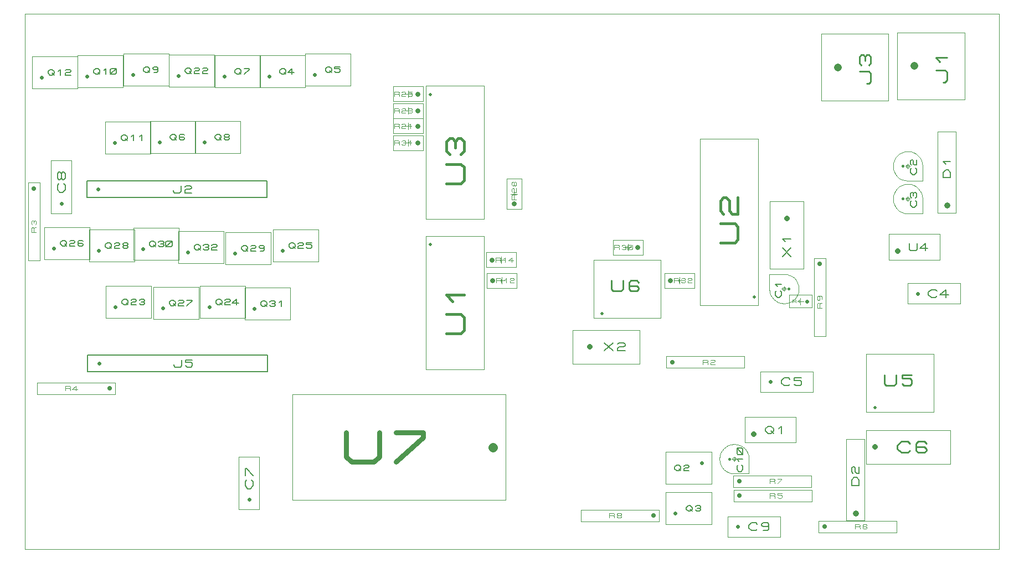
<source format=gbr>
G04 PROTEUS GERBER X2 FILE*
%TF.GenerationSoftware,Labcenter,Proteus,8.17-SP2-Build37159*%
%TF.CreationDate,2025-02-23T13:52:33+00:00*%
%TF.FileFunction,AssemblyDrawing,Top*%
%TF.FilePolarity,Positive*%
%TF.Part,Single*%
%TF.SameCoordinates,{f5fd30df-bfb1-41d0-8757-df29ac62e929}*%
%FSLAX45Y45*%
%MOMM*%
G01*
%TA.AperFunction,Profile*%
%ADD73C,0.101600*%
%TA.AperFunction,Material*%
%ADD34C,0.101600*%
%ADD42C,1.219200*%
%ADD43C,0.279730*%
%ADD44C,0.812800*%
%ADD45C,0.204890*%
%ADD46C,0.914400*%
%ADD47C,0.183130*%
%ADD48C,0.050000*%
%ADD49C,0.420000*%
%ADD50C,0.145960*%
%ADD51C,0.179490*%
%ADD38C,0.508000*%
%ADD52C,0.440230*%
%ADD53C,0.609600*%
%ADD54C,0.197120*%
%ADD55C,0.267200*%
%ADD56C,0.711200*%
%ADD57C,0.117340*%
%ADD58C,0.284480*%
%ADD59C,0.139700*%
%ADD60C,0.721360*%
%ADD61C,0.110420*%
%ADD62C,1.400040*%
%ADD63C,0.747250*%
%ADD64C,0.579120*%
%ADD65C,0.079460*%
%ADD39C,0.152400*%
%ADD66C,0.558800*%
%TD.AperFunction*%
D73*
X+0Y+635000D02*
X+14900000Y+635000D01*
X+14900000Y+8835000D01*
X+0Y+635000D02*
X+0Y+8835000D01*
X+14900000Y+8835000D01*
D34*
X+13340920Y+7521920D02*
X+14367080Y+7521920D01*
X+14367080Y+8548080D01*
X+13340920Y+8548080D01*
X+13340920Y+7521920D01*
D42*
X+13600000Y+8035000D02*
X+13600000Y+8035000D01*
D43*
X+14041994Y+7783236D02*
X+14069968Y+7783236D01*
X+14097942Y+7814706D01*
X+14097942Y+7940588D01*
X+14069968Y+7972059D01*
X+13930099Y+7972059D01*
X+13986047Y+8097941D02*
X+13930099Y+8160882D01*
X+14097942Y+8160882D01*
D34*
X+11390920Y+4932920D02*
X+11909080Y+4932920D01*
X+11909080Y+5959080D01*
X+11390920Y+5959080D01*
X+11390920Y+4932920D01*
D44*
X+11650000Y+5700000D02*
X+11650000Y+5700000D01*
D45*
X+11588532Y+5111737D02*
X+11711468Y+5250039D01*
X+11711468Y+5111737D02*
X+11588532Y+5250039D01*
X+11629511Y+5342240D02*
X+11588532Y+5388341D01*
X+11711468Y+5388341D01*
D34*
X+13960300Y+5785700D02*
X+14237160Y+5785700D01*
X+14237160Y+7030300D01*
X+13960300Y+7030300D01*
X+13960300Y+5785700D01*
D46*
X+14100000Y+5900000D02*
X+14100000Y+5900000D01*
D47*
X+14153671Y+6323190D02*
X+14043790Y+6323190D01*
X+14043790Y+6405600D01*
X+14080417Y+6446805D01*
X+14117044Y+6446805D01*
X+14153671Y+6405600D01*
X+14153671Y+6323190D01*
X+14080417Y+6529215D02*
X+14043790Y+6570420D01*
X+14153671Y+6570420D01*
D48*
X+13525000Y+6500000D02*
X+13524914Y+6502076D01*
X+13524212Y+6506229D01*
X+13522742Y+6510382D01*
X+13520340Y+6514535D01*
X+13516667Y+6518634D01*
X+13512514Y+6521643D01*
X+13508361Y+6523560D01*
X+13504208Y+6524643D01*
X+13500055Y+6525000D01*
X+13500000Y+6525000D01*
X+13475000Y+6500000D02*
X+13475086Y+6502076D01*
X+13475788Y+6506229D01*
X+13477258Y+6510382D01*
X+13479660Y+6514535D01*
X+13483333Y+6518634D01*
X+13487486Y+6521643D01*
X+13491639Y+6523560D01*
X+13495792Y+6524643D01*
X+13499945Y+6525000D01*
X+13500000Y+6525000D01*
X+13475000Y+6500000D02*
X+13475086Y+6497924D01*
X+13475788Y+6493771D01*
X+13477258Y+6489618D01*
X+13479660Y+6485465D01*
X+13483333Y+6481366D01*
X+13487486Y+6478357D01*
X+13491639Y+6476440D01*
X+13495792Y+6475357D01*
X+13499945Y+6475000D01*
X+13500000Y+6475000D01*
X+13525000Y+6500000D02*
X+13524914Y+6497924D01*
X+13524212Y+6493771D01*
X+13522742Y+6489618D01*
X+13520340Y+6485465D01*
X+13516667Y+6481366D01*
X+13512514Y+6478357D01*
X+13508361Y+6476440D01*
X+13504208Y+6475357D01*
X+13500055Y+6475000D01*
X+13500000Y+6475000D01*
X+13465000Y+6500000D02*
X+13535000Y+6500000D01*
X+13500000Y+6465000D02*
X+13500000Y+6535000D01*
X+13725000Y+6275000D02*
X+13725000Y+6500000D01*
X+13720523Y+6546005D01*
X+13707642Y+6588550D01*
X+13687180Y+6626809D01*
X+13659961Y+6659961D01*
X+13626810Y+6687179D01*
X+13588550Y+6707642D01*
X+13546005Y+6720523D01*
X+13500000Y+6725000D01*
X+13453995Y+6720523D01*
X+13411450Y+6707642D01*
X+13373190Y+6687179D01*
X+13340039Y+6659961D01*
X+13312820Y+6626809D01*
X+13292358Y+6588550D01*
X+13279477Y+6546005D01*
X+13275000Y+6500000D01*
X+13279477Y+6453995D01*
X+13292358Y+6411450D01*
X+13312820Y+6373191D01*
X+13340039Y+6340039D01*
X+13373190Y+6312821D01*
X+13411450Y+6292358D01*
X+13453995Y+6279477D01*
X+13500000Y+6275000D01*
X+13725000Y+6275000D01*
D49*
X+13425000Y+6500000D02*
X+13425000Y+6500000D01*
D50*
X+13615944Y+6467157D02*
X+13630541Y+6450735D01*
X+13630541Y+6401471D01*
X+13601347Y+6368629D01*
X+13572154Y+6368629D01*
X+13542960Y+6401471D01*
X+13542960Y+6450735D01*
X+13557557Y+6467157D01*
X+13557557Y+6516421D02*
X+13542960Y+6532842D01*
X+13542960Y+6582106D01*
X+13557557Y+6598528D01*
X+13572154Y+6598528D01*
X+13586750Y+6582106D01*
X+13586750Y+6532842D01*
X+13601347Y+6516421D01*
X+13630541Y+6516421D01*
X+13630541Y+6598528D01*
D48*
X+13525000Y+6000000D02*
X+13524914Y+6002076D01*
X+13524212Y+6006229D01*
X+13522742Y+6010382D01*
X+13520340Y+6014535D01*
X+13516667Y+6018634D01*
X+13512514Y+6021643D01*
X+13508361Y+6023560D01*
X+13504208Y+6024643D01*
X+13500055Y+6025000D01*
X+13500000Y+6025000D01*
X+13475000Y+6000000D02*
X+13475086Y+6002076D01*
X+13475788Y+6006229D01*
X+13477258Y+6010382D01*
X+13479660Y+6014535D01*
X+13483333Y+6018634D01*
X+13487486Y+6021643D01*
X+13491639Y+6023560D01*
X+13495792Y+6024643D01*
X+13499945Y+6025000D01*
X+13500000Y+6025000D01*
X+13475000Y+6000000D02*
X+13475086Y+5997924D01*
X+13475788Y+5993771D01*
X+13477258Y+5989618D01*
X+13479660Y+5985465D01*
X+13483333Y+5981366D01*
X+13487486Y+5978357D01*
X+13491639Y+5976440D01*
X+13495792Y+5975357D01*
X+13499945Y+5975000D01*
X+13500000Y+5975000D01*
X+13525000Y+6000000D02*
X+13524914Y+5997924D01*
X+13524212Y+5993771D01*
X+13522742Y+5989618D01*
X+13520340Y+5985465D01*
X+13516667Y+5981366D01*
X+13512514Y+5978357D01*
X+13508361Y+5976440D01*
X+13504208Y+5975357D01*
X+13500055Y+5975000D01*
X+13500000Y+5975000D01*
X+13465000Y+6000000D02*
X+13535000Y+6000000D01*
X+13500000Y+5965000D02*
X+13500000Y+6035000D01*
X+13725000Y+5775000D02*
X+13725000Y+6000000D01*
X+13720523Y+6046005D01*
X+13707642Y+6088550D01*
X+13687180Y+6126809D01*
X+13659961Y+6159961D01*
X+13626810Y+6187179D01*
X+13588550Y+6207642D01*
X+13546005Y+6220523D01*
X+13500000Y+6225000D01*
X+13453995Y+6220523D01*
X+13411450Y+6207642D01*
X+13373190Y+6187179D01*
X+13340039Y+6159961D01*
X+13312820Y+6126809D01*
X+13292358Y+6088550D01*
X+13279477Y+6046005D01*
X+13275000Y+6000000D01*
X+13279477Y+5953995D01*
X+13292358Y+5911450D01*
X+13312820Y+5873191D01*
X+13340039Y+5840039D01*
X+13373190Y+5812821D01*
X+13411450Y+5792358D01*
X+13453995Y+5779477D01*
X+13500000Y+5775000D01*
X+13725000Y+5775000D01*
D49*
X+13425000Y+6000000D02*
X+13425000Y+6000000D01*
D50*
X+13615944Y+5967157D02*
X+13630541Y+5950735D01*
X+13630541Y+5901471D01*
X+13601347Y+5868629D01*
X+13572154Y+5868629D01*
X+13542960Y+5901471D01*
X+13542960Y+5950735D01*
X+13557557Y+5967157D01*
X+13557557Y+6016421D02*
X+13542960Y+6032842D01*
X+13542960Y+6082106D01*
X+13557557Y+6098528D01*
X+13572154Y+6098528D01*
X+13586750Y+6082106D01*
X+13601347Y+6098528D01*
X+13615944Y+6098528D01*
X+13630541Y+6082106D01*
X+13630541Y+6032842D01*
X+13615944Y+6016421D01*
X+13586750Y+6049264D02*
X+13586750Y+6082106D01*
D34*
X+13213920Y+5067920D02*
X+13986080Y+5067920D01*
X+13986080Y+5459080D01*
X+13213920Y+5459080D01*
X+13213920Y+5067920D01*
D44*
X+13346000Y+5200000D02*
X+13346000Y+5200000D01*
D51*
X+13524817Y+5317348D02*
X+13524817Y+5227601D01*
X+13545009Y+5209652D01*
X+13625781Y+5209652D01*
X+13645974Y+5227601D01*
X+13645974Y+5317348D01*
X+13807517Y+5245551D02*
X+13686360Y+5245551D01*
X+13767131Y+5317348D01*
X+13767131Y+5209652D01*
D34*
X+10324500Y+4367920D02*
X+11213500Y+4367920D01*
X+11213500Y+6918080D01*
X+10324500Y+6918080D01*
X+10324500Y+4367920D01*
D38*
X+11150000Y+4500000D02*
X+11150000Y+4500000D01*
D52*
X+10636931Y+5325532D02*
X+10857047Y+5325532D01*
X+10901070Y+5375058D01*
X+10901070Y+5573162D01*
X+10857047Y+5622688D01*
X+10636931Y+5622688D01*
X+10680954Y+5771266D02*
X+10636931Y+5820792D01*
X+10636931Y+5969370D01*
X+10680954Y+6018896D01*
X+10724977Y+6018896D01*
X+10769000Y+5969370D01*
X+10769000Y+5820792D01*
X+10813024Y+5771266D01*
X+10901070Y+5771266D01*
X+10901070Y+6018896D01*
D34*
X+13494920Y+4394920D02*
X+14305080Y+4394920D01*
X+14305080Y+4705080D01*
X+13494920Y+4705080D01*
X+13494920Y+4394920D01*
D53*
X+13650000Y+4550000D02*
X+13650000Y+4550000D01*
D54*
X+13948428Y+4510576D02*
X+13926252Y+4490864D01*
X+13859724Y+4490864D01*
X+13815372Y+4530288D01*
X+13815372Y+4569712D01*
X+13859724Y+4609136D01*
X+13926252Y+4609136D01*
X+13948428Y+4589424D01*
X+14125836Y+4530288D02*
X+13992780Y+4530288D01*
X+14081484Y+4609136D01*
X+14081484Y+4490864D01*
D34*
X+6136500Y+3389920D02*
X+7025500Y+3389920D01*
X+7025500Y+5432080D01*
X+6136500Y+5432080D01*
X+6136500Y+3389920D01*
D38*
X+6200000Y+5300000D02*
X+6200000Y+5300000D01*
D52*
X+6448931Y+3936052D02*
X+6669047Y+3936052D01*
X+6713070Y+3985578D01*
X+6713070Y+4183682D01*
X+6669047Y+4233208D01*
X+6448931Y+4233208D01*
X+6536977Y+4431312D02*
X+6448931Y+4530364D01*
X+6713070Y+4530364D01*
D34*
X+6136500Y+5689920D02*
X+7025500Y+5689920D01*
X+7025500Y+7732080D01*
X+6136500Y+7732080D01*
X+6136500Y+5689920D01*
D38*
X+6200000Y+7600000D02*
X+6200000Y+7600000D01*
D52*
X+6448931Y+6236052D02*
X+6669047Y+6236052D01*
X+6713070Y+6285578D01*
X+6713070Y+6483682D01*
X+6669047Y+6533208D01*
X+6448931Y+6533208D01*
X+6492954Y+6681786D02*
X+6448931Y+6731312D01*
X+6448931Y+6879890D01*
X+6492954Y+6929416D01*
X+6536977Y+6929416D01*
X+6581000Y+6879890D01*
X+6625024Y+6929416D01*
X+6669047Y+6929416D01*
X+6713070Y+6879890D01*
X+6713070Y+6731312D01*
X+6669047Y+6681786D01*
X+6581000Y+6780838D02*
X+6581000Y+6879890D01*
D34*
X+12867920Y+2736500D02*
X+13894080Y+2736500D01*
X+13894080Y+3625500D01*
X+12867920Y+3625500D01*
X+12867920Y+2736500D01*
D38*
X+13000000Y+2800000D02*
X+13000000Y+2800000D01*
D55*
X+13140513Y+3305612D02*
X+13140513Y+3172008D01*
X+13170573Y+3145287D01*
X+13290817Y+3145287D01*
X+13320878Y+3172008D01*
X+13320878Y+3305612D01*
X+13561365Y+3305612D02*
X+13411060Y+3305612D01*
X+13411060Y+3252170D01*
X+13531304Y+3252170D01*
X+13561365Y+3225450D01*
X+13561365Y+3172008D01*
X+13531304Y+3145287D01*
X+13441121Y+3145287D01*
X+13411060Y+3172008D01*
D34*
X+11244920Y+3044920D02*
X+12055080Y+3044920D01*
X+12055080Y+3355080D01*
X+11244920Y+3355080D01*
X+11244920Y+3044920D01*
D53*
X+11400000Y+3200000D02*
X+11400000Y+3200000D01*
D54*
X+11698428Y+3160576D02*
X+11676252Y+3140864D01*
X+11609724Y+3140864D01*
X+11565372Y+3180288D01*
X+11565372Y+3219712D01*
X+11609724Y+3259136D01*
X+11676252Y+3259136D01*
X+11698428Y+3239424D01*
X+11875836Y+3259136D02*
X+11764956Y+3259136D01*
X+11764956Y+3219712D01*
X+11853660Y+3219712D01*
X+11875836Y+3200000D01*
X+11875836Y+3160576D01*
X+11853660Y+3140864D01*
X+11787132Y+3140864D01*
X+11764956Y+3160576D01*
D34*
X+11013920Y+2267920D02*
X+11786080Y+2267920D01*
X+11786080Y+2659080D01*
X+11013920Y+2659080D01*
X+11013920Y+2267920D01*
D44*
X+11146000Y+2400000D02*
X+11146000Y+2400000D01*
D51*
X+11324817Y+2481449D02*
X+11365202Y+2517348D01*
X+11405588Y+2517348D01*
X+11445974Y+2481449D01*
X+11445974Y+2445551D01*
X+11405588Y+2409652D01*
X+11365202Y+2409652D01*
X+11324817Y+2445551D01*
X+11324817Y+2481449D01*
X+11405588Y+2445551D02*
X+11445974Y+2409652D01*
X+11526745Y+2481449D02*
X+11567131Y+2517348D01*
X+11567131Y+2409652D01*
D34*
X+9811100Y+3411100D02*
X+11004900Y+3411100D01*
X+11004900Y+3588900D01*
X+9811100Y+3588900D01*
X+9811100Y+3411100D01*
D56*
X+9900000Y+3500000D02*
X+9900000Y+3500000D01*
D57*
X+10364618Y+3464796D02*
X+10364618Y+3535204D01*
X+10430625Y+3535204D01*
X+10443827Y+3523469D01*
X+10443827Y+3511735D01*
X+10430625Y+3500000D01*
X+10364618Y+3500000D01*
X+10430625Y+3500000D02*
X+10443827Y+3488265D01*
X+10443827Y+3464796D01*
X+10483431Y+3523469D02*
X+10496633Y+3535204D01*
X+10536237Y+3535204D01*
X+10549439Y+3523469D01*
X+10549439Y+3511735D01*
X+10536237Y+3500000D01*
X+10496633Y+3500000D01*
X+10483431Y+3488265D01*
X+10483431Y+3464796D01*
X+10549439Y+3464796D01*
D34*
X+12867920Y+1940920D02*
X+14148080Y+1940920D01*
X+14148080Y+2459080D01*
X+12867920Y+2459080D01*
X+12867920Y+1940920D01*
D44*
X+13000000Y+2200000D02*
X+13000000Y+2200000D01*
D58*
X+13530352Y+2143104D02*
X+13498348Y+2114656D01*
X+13402336Y+2114656D01*
X+13338328Y+2171552D01*
X+13338328Y+2228448D01*
X+13402336Y+2285344D01*
X+13498348Y+2285344D01*
X+13530352Y+2256896D01*
X+13786384Y+2256896D02*
X+13754380Y+2285344D01*
X+13658368Y+2285344D01*
X+13626364Y+2256896D01*
X+13626364Y+2143104D01*
X+13658368Y+2114656D01*
X+13754380Y+2114656D01*
X+13786384Y+2143104D01*
X+13786384Y+2171552D01*
X+13754380Y+2200000D01*
X+13626364Y+2200000D01*
D34*
X+12560300Y+1074712D02*
X+12837160Y+1074712D01*
X+12837160Y+2319312D01*
X+12560300Y+2319312D01*
X+12560300Y+1074712D01*
D46*
X+12700000Y+1189012D02*
X+12700000Y+1189012D01*
D47*
X+12753671Y+1612202D02*
X+12643790Y+1612202D01*
X+12643790Y+1694612D01*
X+12680417Y+1735817D01*
X+12717044Y+1735817D01*
X+12753671Y+1694612D01*
X+12753671Y+1612202D01*
X+12662104Y+1797624D02*
X+12643790Y+1818227D01*
X+12643790Y+1880034D01*
X+12662104Y+1900637D01*
X+12680417Y+1900637D01*
X+12698730Y+1880034D01*
X+12698730Y+1818227D01*
X+12717044Y+1797624D01*
X+12753671Y+1797624D01*
X+12753671Y+1900637D01*
D34*
X+10838100Y+1365100D02*
X+12031900Y+1365100D01*
X+12031900Y+1542900D01*
X+10838100Y+1542900D01*
X+10838100Y+1365100D01*
D56*
X+10927000Y+1454000D02*
X+10927000Y+1454000D01*
D57*
X+11391618Y+1418796D02*
X+11391618Y+1489204D01*
X+11457625Y+1489204D01*
X+11470827Y+1477469D01*
X+11470827Y+1465735D01*
X+11457625Y+1454000D01*
X+11391618Y+1454000D01*
X+11457625Y+1454000D02*
X+11470827Y+1442265D01*
X+11470827Y+1418796D01*
X+11576439Y+1489204D02*
X+11510431Y+1489204D01*
X+11510431Y+1465735D01*
X+11563237Y+1465735D01*
X+11576439Y+1454000D01*
X+11576439Y+1430531D01*
X+11563237Y+1418796D01*
X+11523633Y+1418796D01*
X+11510431Y+1430531D01*
D34*
X+10744920Y+825920D02*
X+11555080Y+825920D01*
X+11555080Y+1136080D01*
X+10744920Y+1136080D01*
X+10744920Y+825920D01*
D53*
X+10900000Y+981000D02*
X+10900000Y+981000D01*
D54*
X+11198428Y+941576D02*
X+11176252Y+921864D01*
X+11109724Y+921864D01*
X+11065372Y+961288D01*
X+11065372Y+1000712D01*
X+11109724Y+1040136D01*
X+11176252Y+1040136D01*
X+11198428Y+1020424D01*
X+11375836Y+1000712D02*
X+11353660Y+981000D01*
X+11287132Y+981000D01*
X+11264956Y+1000712D01*
X+11264956Y+1020424D01*
X+11287132Y+1040136D01*
X+11353660Y+1040136D01*
X+11375836Y+1020424D01*
X+11375836Y+941576D01*
X+11353660Y+921864D01*
X+11287132Y+921864D01*
D34*
X+12138100Y+892100D02*
X+13331900Y+892100D01*
X+13331900Y+1069900D01*
X+12138100Y+1069900D01*
X+12138100Y+892100D01*
D56*
X+12227000Y+981000D02*
X+12227000Y+981000D01*
D57*
X+12691618Y+945796D02*
X+12691618Y+1016204D01*
X+12757625Y+1016204D01*
X+12770827Y+1004469D01*
X+12770827Y+992735D01*
X+12757625Y+981000D01*
X+12691618Y+981000D01*
X+12757625Y+981000D02*
X+12770827Y+969265D01*
X+12770827Y+945796D01*
X+12876439Y+1004469D02*
X+12863237Y+1016204D01*
X+12823633Y+1016204D01*
X+12810431Y+1004469D01*
X+12810431Y+957531D01*
X+12823633Y+945796D01*
X+12863237Y+945796D01*
X+12876439Y+957531D01*
X+12876439Y+969265D01*
X+12863237Y+981000D01*
X+12810431Y+981000D01*
D34*
X+9802020Y+1635420D02*
X+10497980Y+1635420D01*
X+10497980Y+2128180D01*
X+9802020Y+2128180D01*
X+9802020Y+1635420D01*
D53*
X+10353200Y+1958000D02*
X+10353200Y+1958000D01*
D59*
X+9936640Y+1895770D02*
X+9968072Y+1923710D01*
X+9999505Y+1923710D01*
X+10030937Y+1895770D01*
X+10030937Y+1867830D01*
X+9999505Y+1839890D01*
X+9968072Y+1839890D01*
X+9936640Y+1867830D01*
X+9936640Y+1895770D01*
X+9999505Y+1867830D02*
X+10030937Y+1839890D01*
X+10078086Y+1909740D02*
X+10093802Y+1923710D01*
X+10140951Y+1923710D01*
X+10156667Y+1909740D01*
X+10156667Y+1895770D01*
X+10140951Y+1881800D01*
X+10093802Y+1881800D01*
X+10078086Y+1867830D01*
X+10078086Y+1839890D01*
X+10156667Y+1839890D01*
D48*
X+7065000Y+4635000D02*
X+7525000Y+4635000D01*
X+7525000Y+4865000D01*
X+7065000Y+4865000D01*
X+7065000Y+4635000D01*
X+7295000Y+4800000D02*
X+7295000Y+4700000D01*
X+7345000Y+4750000D02*
X+7245000Y+4750000D01*
D60*
X+7150000Y+4750000D02*
X+7150000Y+4750000D01*
D61*
X+7207713Y+4716872D02*
X+7207713Y+4783127D01*
X+7269826Y+4783127D01*
X+7282248Y+4772084D01*
X+7282248Y+4761042D01*
X+7269826Y+4750000D01*
X+7207713Y+4750000D01*
X+7269826Y+4750000D02*
X+7282248Y+4738957D01*
X+7282248Y+4716872D01*
X+7331939Y+4761042D02*
X+7356784Y+4783127D01*
X+7356784Y+4716872D01*
X+7418897Y+4772084D02*
X+7431320Y+4783127D01*
X+7468588Y+4783127D01*
X+7481010Y+4772084D01*
X+7481010Y+4761042D01*
X+7468588Y+4750000D01*
X+7431320Y+4750000D01*
X+7418897Y+4738957D01*
X+7418897Y+4716872D01*
X+7481010Y+4716872D01*
D48*
X+7054500Y+4952300D02*
X+7514500Y+4952300D01*
X+7514500Y+5182300D01*
X+7054500Y+5182300D01*
X+7054500Y+4952300D01*
X+7284500Y+5117300D02*
X+7284500Y+5017300D01*
X+7334500Y+5067300D02*
X+7234500Y+5067300D01*
D60*
X+7139500Y+5067300D02*
X+7139500Y+5067300D01*
D61*
X+7197213Y+5034172D02*
X+7197213Y+5100427D01*
X+7259326Y+5100427D01*
X+7271748Y+5089384D01*
X+7271748Y+5078342D01*
X+7259326Y+5067300D01*
X+7197213Y+5067300D01*
X+7259326Y+5067300D02*
X+7271748Y+5056257D01*
X+7271748Y+5034172D01*
X+7321439Y+5078342D02*
X+7346284Y+5100427D01*
X+7346284Y+5034172D01*
X+7470510Y+5056257D02*
X+7395975Y+5056257D01*
X+7445665Y+5100427D01*
X+7445665Y+5034172D01*
D48*
X+6090000Y+7231100D02*
X+5630000Y+7231100D01*
X+5630000Y+7001100D01*
X+6090000Y+7001100D01*
X+6090000Y+7231100D01*
X+5860000Y+7066100D02*
X+5860000Y+7166100D01*
X+5810000Y+7116100D02*
X+5910000Y+7116100D01*
D60*
X+6005000Y+7116100D02*
X+6005000Y+7116100D01*
D61*
X+5649145Y+7082972D02*
X+5649145Y+7149227D01*
X+5711258Y+7149227D01*
X+5723680Y+7138184D01*
X+5723680Y+7127142D01*
X+5711258Y+7116100D01*
X+5649145Y+7116100D01*
X+5711258Y+7116100D02*
X+5723680Y+7105057D01*
X+5723680Y+7082972D01*
X+5760948Y+7138184D02*
X+5773371Y+7149227D01*
X+5810639Y+7149227D01*
X+5823061Y+7138184D01*
X+5823061Y+7127142D01*
X+5810639Y+7116100D01*
X+5773371Y+7116100D01*
X+5760948Y+7105057D01*
X+5760948Y+7082972D01*
X+5823061Y+7082972D01*
X+5872752Y+7127142D02*
X+5897597Y+7149227D01*
X+5897597Y+7082972D01*
D48*
X+6090000Y+7463700D02*
X+5630000Y+7463700D01*
X+5630000Y+7233700D01*
X+6090000Y+7233700D01*
X+6090000Y+7463700D01*
X+5860000Y+7298700D02*
X+5860000Y+7398700D01*
X+5810000Y+7348700D02*
X+5910000Y+7348700D01*
D60*
X+6005000Y+7348700D02*
X+6005000Y+7348700D01*
D61*
X+5649145Y+7315572D02*
X+5649145Y+7381827D01*
X+5711258Y+7381827D01*
X+5723680Y+7370784D01*
X+5723680Y+7359742D01*
X+5711258Y+7348700D01*
X+5649145Y+7348700D01*
X+5711258Y+7348700D02*
X+5723680Y+7337657D01*
X+5723680Y+7315572D01*
X+5760948Y+7370784D02*
X+5773371Y+7381827D01*
X+5810639Y+7381827D01*
X+5823061Y+7370784D01*
X+5823061Y+7359742D01*
X+5810639Y+7348700D01*
X+5773371Y+7348700D01*
X+5760948Y+7337657D01*
X+5760948Y+7315572D01*
X+5823061Y+7315572D01*
X+5860329Y+7370784D02*
X+5872752Y+7381827D01*
X+5910020Y+7381827D01*
X+5922442Y+7370784D01*
X+5922442Y+7359742D01*
X+5910020Y+7348700D01*
X+5922442Y+7337657D01*
X+5922442Y+7326615D01*
X+5910020Y+7315572D01*
X+5872752Y+7315572D01*
X+5860329Y+7326615D01*
X+5885174Y+7348700D02*
X+5910020Y+7348700D01*
D48*
X+6090000Y+7721700D02*
X+5630000Y+7721700D01*
X+5630000Y+7491700D01*
X+6090000Y+7491700D01*
X+6090000Y+7721700D01*
X+5860000Y+7556700D02*
X+5860000Y+7656700D01*
X+5810000Y+7606700D02*
X+5910000Y+7606700D01*
D60*
X+6005000Y+7606700D02*
X+6005000Y+7606700D01*
D61*
X+5649145Y+7573572D02*
X+5649145Y+7639827D01*
X+5711258Y+7639827D01*
X+5723680Y+7628784D01*
X+5723680Y+7617742D01*
X+5711258Y+7606700D01*
X+5649145Y+7606700D01*
X+5711258Y+7606700D02*
X+5723680Y+7595657D01*
X+5723680Y+7573572D01*
X+5760948Y+7628784D02*
X+5773371Y+7639827D01*
X+5810639Y+7639827D01*
X+5823061Y+7628784D01*
X+5823061Y+7617742D01*
X+5810639Y+7606700D01*
X+5773371Y+7606700D01*
X+5760948Y+7595657D01*
X+5760948Y+7573572D01*
X+5823061Y+7573572D01*
X+5922442Y+7639827D02*
X+5860329Y+7639827D01*
X+5860329Y+7617742D01*
X+5910020Y+7617742D01*
X+5922442Y+7606700D01*
X+5922442Y+7584615D01*
X+5910020Y+7573572D01*
X+5872752Y+7573572D01*
X+5860329Y+7584615D01*
D48*
X+7595300Y+5845900D02*
X+7595300Y+6305900D01*
X+7365300Y+6305900D01*
X+7365300Y+5845900D01*
X+7595300Y+5845900D01*
X+7430300Y+6075900D02*
X+7530300Y+6075900D01*
X+7480300Y+6125900D02*
X+7480300Y+6025900D01*
D60*
X+7480300Y+5930900D02*
X+7480300Y+5930900D01*
D61*
X+7513428Y+5988613D02*
X+7447173Y+5988613D01*
X+7447173Y+6050726D01*
X+7458216Y+6063148D01*
X+7469258Y+6063148D01*
X+7480300Y+6050726D01*
X+7480300Y+5988613D01*
X+7480300Y+6050726D02*
X+7491343Y+6063148D01*
X+7513428Y+6063148D01*
X+7458216Y+6100416D02*
X+7447173Y+6112839D01*
X+7447173Y+6150107D01*
X+7458216Y+6162529D01*
X+7469258Y+6162529D01*
X+7480300Y+6150107D01*
X+7480300Y+6112839D01*
X+7491343Y+6100416D01*
X+7513428Y+6100416D01*
X+7513428Y+6162529D01*
X+7480300Y+6212220D02*
X+7469258Y+6199797D01*
X+7458216Y+6199797D01*
X+7447173Y+6212220D01*
X+7447173Y+6249488D01*
X+7458216Y+6261910D01*
X+7469258Y+6261910D01*
X+7480300Y+6249488D01*
X+7480300Y+6212220D01*
X+7491343Y+6199797D01*
X+7502385Y+6199797D01*
X+7513428Y+6212220D01*
X+7513428Y+6249488D01*
X+7502385Y+6261910D01*
X+7491343Y+6261910D01*
X+7480300Y+6249488D01*
D48*
X+6090000Y+6973100D02*
X+5630000Y+6973100D01*
X+5630000Y+6743100D01*
X+6090000Y+6743100D01*
X+6090000Y+6973100D01*
X+5860000Y+6808100D02*
X+5860000Y+6908100D01*
X+5810000Y+6858100D02*
X+5910000Y+6858100D01*
D60*
X+6005000Y+6858100D02*
X+6005000Y+6858100D01*
D61*
X+5649145Y+6824972D02*
X+5649145Y+6891227D01*
X+5711258Y+6891227D01*
X+5723680Y+6880184D01*
X+5723680Y+6869142D01*
X+5711258Y+6858100D01*
X+5649145Y+6858100D01*
X+5711258Y+6858100D02*
X+5723680Y+6847057D01*
X+5723680Y+6824972D01*
X+5760948Y+6880184D02*
X+5773371Y+6891227D01*
X+5810639Y+6891227D01*
X+5823061Y+6880184D01*
X+5823061Y+6869142D01*
X+5810639Y+6858100D01*
X+5823061Y+6847057D01*
X+5823061Y+6836015D01*
X+5810639Y+6824972D01*
X+5773371Y+6824972D01*
X+5760948Y+6836015D01*
X+5785793Y+6858100D02*
X+5810639Y+6858100D01*
X+5872752Y+6869142D02*
X+5897597Y+6891227D01*
X+5897597Y+6824972D01*
D34*
X+9802020Y+1014820D02*
X+10497980Y+1014820D01*
X+10497980Y+1507580D01*
X+9802020Y+1507580D01*
X+9802020Y+1014820D01*
D53*
X+9946800Y+1185000D02*
X+9946800Y+1185000D01*
D59*
X+10111900Y+1275170D02*
X+10143332Y+1303110D01*
X+10174765Y+1303110D01*
X+10206197Y+1275170D01*
X+10206197Y+1247230D01*
X+10174765Y+1219290D01*
X+10143332Y+1219290D01*
X+10111900Y+1247230D01*
X+10111900Y+1275170D01*
X+10174765Y+1247230D02*
X+10206197Y+1219290D01*
X+10253346Y+1289140D02*
X+10269062Y+1303110D01*
X+10316211Y+1303110D01*
X+10331927Y+1289140D01*
X+10331927Y+1275170D01*
X+10316211Y+1261200D01*
X+10331927Y+1247230D01*
X+10331927Y+1233260D01*
X+10316211Y+1219290D01*
X+10269062Y+1219290D01*
X+10253346Y+1233260D01*
X+10284778Y+1261200D02*
X+10316211Y+1261200D01*
D34*
X+8507000Y+1062700D02*
X+9700800Y+1062700D01*
X+9700800Y+1240500D01*
X+8507000Y+1240500D01*
X+8507000Y+1062700D01*
D56*
X+9611900Y+1151600D02*
X+9611900Y+1151600D01*
D57*
X+8936058Y+1116396D02*
X+8936058Y+1186804D01*
X+9002065Y+1186804D01*
X+9015267Y+1175069D01*
X+9015267Y+1163335D01*
X+9002065Y+1151600D01*
X+8936058Y+1151600D01*
X+9002065Y+1151600D02*
X+9015267Y+1139865D01*
X+9015267Y+1116396D01*
X+9068073Y+1151600D02*
X+9054871Y+1163335D01*
X+9054871Y+1175069D01*
X+9068073Y+1186804D01*
X+9107677Y+1186804D01*
X+9120879Y+1175069D01*
X+9120879Y+1163335D01*
X+9107677Y+1151600D01*
X+9068073Y+1151600D01*
X+9054871Y+1139865D01*
X+9054871Y+1128131D01*
X+9068073Y+1116396D01*
X+9107677Y+1116396D01*
X+9120879Y+1128131D01*
X+9120879Y+1139865D01*
X+9107677Y+1151600D01*
D34*
X+3273920Y+1241920D02*
X+3584080Y+1241920D01*
X+3584080Y+2052080D01*
X+3273920Y+2052080D01*
X+3273920Y+1241920D01*
D53*
X+3429000Y+1397000D02*
X+3429000Y+1397000D01*
D54*
X+3468424Y+1695428D02*
X+3488136Y+1673252D01*
X+3488136Y+1606724D01*
X+3448712Y+1562372D01*
X+3409288Y+1562372D01*
X+3369864Y+1606724D01*
X+3369864Y+1673252D01*
X+3389576Y+1695428D01*
X+3369864Y+1761956D02*
X+3369864Y+1872836D01*
X+3389576Y+1872836D01*
X+3488136Y+1761956D01*
D48*
X+11632800Y+4622800D02*
X+11632714Y+4624876D01*
X+11632012Y+4629029D01*
X+11630542Y+4633182D01*
X+11628140Y+4637335D01*
X+11624467Y+4641434D01*
X+11620314Y+4644443D01*
X+11616161Y+4646360D01*
X+11612008Y+4647443D01*
X+11607855Y+4647800D01*
X+11607800Y+4647800D01*
X+11582800Y+4622800D02*
X+11582886Y+4624876D01*
X+11583588Y+4629029D01*
X+11585058Y+4633182D01*
X+11587460Y+4637335D01*
X+11591133Y+4641434D01*
X+11595286Y+4644443D01*
X+11599439Y+4646360D01*
X+11603592Y+4647443D01*
X+11607745Y+4647800D01*
X+11607800Y+4647800D01*
X+11582800Y+4622800D02*
X+11582886Y+4620724D01*
X+11583588Y+4616571D01*
X+11585058Y+4612418D01*
X+11587460Y+4608265D01*
X+11591133Y+4604166D01*
X+11595286Y+4601157D01*
X+11599439Y+4599240D01*
X+11603592Y+4598157D01*
X+11607745Y+4597800D01*
X+11607800Y+4597800D01*
X+11632800Y+4622800D02*
X+11632714Y+4620724D01*
X+11632012Y+4616571D01*
X+11630542Y+4612418D01*
X+11628140Y+4608265D01*
X+11624467Y+4604166D01*
X+11620314Y+4601157D01*
X+11616161Y+4599240D01*
X+11612008Y+4598157D01*
X+11607855Y+4597800D01*
X+11607800Y+4597800D01*
X+11642800Y+4622800D02*
X+11572800Y+4622800D01*
X+11607800Y+4657800D02*
X+11607800Y+4587800D01*
X+11382800Y+4847800D02*
X+11382800Y+4622800D01*
X+11387277Y+4576795D01*
X+11400158Y+4534250D01*
X+11420620Y+4495991D01*
X+11447839Y+4462839D01*
X+11480990Y+4435621D01*
X+11519250Y+4415158D01*
X+11561795Y+4402277D01*
X+11607800Y+4397800D01*
X+11653805Y+4402277D01*
X+11696350Y+4415158D01*
X+11734610Y+4435621D01*
X+11767761Y+4462839D01*
X+11794980Y+4495991D01*
X+11815442Y+4534250D01*
X+11828323Y+4576795D01*
X+11832800Y+4622800D01*
X+11828323Y+4668805D01*
X+11815442Y+4711350D01*
X+11794980Y+4749609D01*
X+11767761Y+4782761D01*
X+11734610Y+4809979D01*
X+11696350Y+4830442D01*
X+11653805Y+4843323D01*
X+11607800Y+4847800D01*
X+11382800Y+4847800D01*
D49*
X+11682800Y+4622800D02*
X+11682800Y+4622800D01*
D50*
X+11550244Y+4589957D02*
X+11564841Y+4573535D01*
X+11564841Y+4524271D01*
X+11535647Y+4491429D01*
X+11506454Y+4491429D01*
X+11477260Y+4524271D01*
X+11477260Y+4573535D01*
X+11491857Y+4589957D01*
X+11506454Y+4655642D02*
X+11477260Y+4688485D01*
X+11564841Y+4688485D01*
D34*
X+3589020Y+7703820D02*
X+4284980Y+7703820D01*
X+4284980Y+8196580D01*
X+3589020Y+8196580D01*
X+3589020Y+7703820D01*
D53*
X+3733800Y+7874000D02*
X+3733800Y+7874000D01*
D59*
X+3898900Y+7964170D02*
X+3930332Y+7992110D01*
X+3961765Y+7992110D01*
X+3993197Y+7964170D01*
X+3993197Y+7936230D01*
X+3961765Y+7908290D01*
X+3930332Y+7908290D01*
X+3898900Y+7936230D01*
X+3898900Y+7964170D01*
X+3961765Y+7936230D02*
X+3993197Y+7908290D01*
X+4118927Y+7936230D02*
X+4024630Y+7936230D01*
X+4087495Y+7992110D01*
X+4087495Y+7908290D01*
D34*
X+4287520Y+7729220D02*
X+4983480Y+7729220D01*
X+4983480Y+8221980D01*
X+4287520Y+8221980D01*
X+4287520Y+7729220D01*
D53*
X+4432300Y+7899400D02*
X+4432300Y+7899400D01*
D59*
X+4597400Y+7989570D02*
X+4628832Y+8017510D01*
X+4660265Y+8017510D01*
X+4691697Y+7989570D01*
X+4691697Y+7961630D01*
X+4660265Y+7933690D01*
X+4628832Y+7933690D01*
X+4597400Y+7961630D01*
X+4597400Y+7989570D01*
X+4660265Y+7961630D02*
X+4691697Y+7933690D01*
X+4817427Y+8017510D02*
X+4738846Y+8017510D01*
X+4738846Y+7989570D01*
X+4801711Y+7989570D01*
X+4817427Y+7975600D01*
X+4817427Y+7947660D01*
X+4801711Y+7933690D01*
X+4754562Y+7933690D01*
X+4738846Y+7947660D01*
D34*
X+1506220Y+7729220D02*
X+2202180Y+7729220D01*
X+2202180Y+8221980D01*
X+1506220Y+8221980D01*
X+1506220Y+7729220D01*
D53*
X+1651000Y+7899400D02*
X+1651000Y+7899400D01*
D59*
X+1816100Y+7989570D02*
X+1847532Y+8017510D01*
X+1878965Y+8017510D01*
X+1910397Y+7989570D01*
X+1910397Y+7961630D01*
X+1878965Y+7933690D01*
X+1847532Y+7933690D01*
X+1816100Y+7961630D01*
X+1816100Y+7989570D01*
X+1878965Y+7961630D02*
X+1910397Y+7933690D01*
X+2036127Y+7989570D02*
X+2020411Y+7975600D01*
X+1973262Y+7975600D01*
X+1957546Y+7989570D01*
X+1957546Y+8003540D01*
X+1973262Y+8017510D01*
X+2020411Y+8017510D01*
X+2036127Y+8003540D01*
X+2036127Y+7947660D01*
X+2020411Y+7933690D01*
X+1973262Y+7933690D01*
D34*
X+807720Y+7703820D02*
X+1503680Y+7703820D01*
X+1503680Y+8196580D01*
X+807720Y+8196580D01*
X+807720Y+7703820D01*
D53*
X+952500Y+7874000D02*
X+952500Y+7874000D01*
D59*
X+1054735Y+7964170D02*
X+1086167Y+7992110D01*
X+1117600Y+7992110D01*
X+1149032Y+7964170D01*
X+1149032Y+7936230D01*
X+1117600Y+7908290D01*
X+1086167Y+7908290D01*
X+1054735Y+7936230D01*
X+1054735Y+7964170D01*
X+1117600Y+7936230D02*
X+1149032Y+7908290D01*
X+1211897Y+7964170D02*
X+1243330Y+7992110D01*
X+1243330Y+7908290D01*
X+1306195Y+7922260D02*
X+1306195Y+7978140D01*
X+1321911Y+7992110D01*
X+1384776Y+7992110D01*
X+1400492Y+7978140D01*
X+1400492Y+7922260D01*
X+1384776Y+7908290D01*
X+1321911Y+7908290D01*
X+1306195Y+7922260D01*
X+1306195Y+7908290D02*
X+1400492Y+7992110D01*
D34*
X+1912620Y+6700520D02*
X+2608580Y+6700520D01*
X+2608580Y+7193280D01*
X+1912620Y+7193280D01*
X+1912620Y+6700520D01*
D53*
X+2057400Y+6870700D02*
X+2057400Y+6870700D01*
D59*
X+2222500Y+6960870D02*
X+2253932Y+6988810D01*
X+2285365Y+6988810D01*
X+2316797Y+6960870D01*
X+2316797Y+6932930D01*
X+2285365Y+6904990D01*
X+2253932Y+6904990D01*
X+2222500Y+6932930D01*
X+2222500Y+6960870D01*
X+2285365Y+6932930D02*
X+2316797Y+6904990D01*
X+2442527Y+6974840D02*
X+2426811Y+6988810D01*
X+2379662Y+6988810D01*
X+2363946Y+6974840D01*
X+2363946Y+6918960D01*
X+2379662Y+6904990D01*
X+2426811Y+6904990D01*
X+2442527Y+6918960D01*
X+2442527Y+6932930D01*
X+2426811Y+6946900D01*
X+2363946Y+6946900D01*
D34*
X+1226820Y+6687820D02*
X+1922780Y+6687820D01*
X+1922780Y+7180580D01*
X+1226820Y+7180580D01*
X+1226820Y+6687820D01*
D53*
X+1371600Y+6858000D02*
X+1371600Y+6858000D01*
D59*
X+1473835Y+6948170D02*
X+1505267Y+6976110D01*
X+1536700Y+6976110D01*
X+1568132Y+6948170D01*
X+1568132Y+6920230D01*
X+1536700Y+6892290D01*
X+1505267Y+6892290D01*
X+1473835Y+6920230D01*
X+1473835Y+6948170D01*
X+1536700Y+6920230D02*
X+1568132Y+6892290D01*
X+1630997Y+6948170D02*
X+1662430Y+6976110D01*
X+1662430Y+6892290D01*
X+1756727Y+6948170D02*
X+1788160Y+6976110D01*
X+1788160Y+6892290D01*
D34*
X+2903220Y+7703820D02*
X+3599180Y+7703820D01*
X+3599180Y+8196580D01*
X+2903220Y+8196580D01*
X+2903220Y+7703820D01*
D53*
X+3048000Y+7874000D02*
X+3048000Y+7874000D01*
D59*
X+3213100Y+7964170D02*
X+3244532Y+7992110D01*
X+3275965Y+7992110D01*
X+3307397Y+7964170D01*
X+3307397Y+7936230D01*
X+3275965Y+7908290D01*
X+3244532Y+7908290D01*
X+3213100Y+7936230D01*
X+3213100Y+7964170D01*
X+3275965Y+7936230D02*
X+3307397Y+7908290D01*
X+3354546Y+7992110D02*
X+3433127Y+7992110D01*
X+3433127Y+7978140D01*
X+3354546Y+7908290D01*
D34*
X+8694420Y+4178300D02*
X+9720580Y+4178300D01*
X+9720580Y+5067300D01*
X+8694420Y+5067300D01*
X+8694420Y+4178300D01*
D38*
X+8826500Y+4241800D02*
X+8826500Y+4241800D01*
D55*
X+8967013Y+4747412D02*
X+8967013Y+4613808D01*
X+8997073Y+4587087D01*
X+9117317Y+4587087D01*
X+9147378Y+4613808D01*
X+9147378Y+4747412D01*
X+9387865Y+4720691D02*
X+9357804Y+4747412D01*
X+9267621Y+4747412D01*
X+9237560Y+4720691D01*
X+9237560Y+4613808D01*
X+9267621Y+4587087D01*
X+9357804Y+4587087D01*
X+9387865Y+4613808D01*
X+9387865Y+4640529D01*
X+9357804Y+4667250D01*
X+9237560Y+4667250D01*
D48*
X+9455500Y+5372800D02*
X+8995500Y+5372800D01*
X+8995500Y+5142800D01*
X+9455500Y+5142800D01*
X+9455500Y+5372800D01*
X+9225500Y+5207800D02*
X+9225500Y+5307800D01*
X+9175500Y+5257800D02*
X+9275500Y+5257800D01*
D60*
X+9370500Y+5257800D02*
X+9370500Y+5257800D01*
D61*
X+9014645Y+5224672D02*
X+9014645Y+5290927D01*
X+9076758Y+5290927D01*
X+9089180Y+5279884D01*
X+9089180Y+5268842D01*
X+9076758Y+5257800D01*
X+9014645Y+5257800D01*
X+9076758Y+5257800D02*
X+9089180Y+5246757D01*
X+9089180Y+5224672D01*
X+9126448Y+5279884D02*
X+9138871Y+5290927D01*
X+9176139Y+5290927D01*
X+9188561Y+5279884D01*
X+9188561Y+5268842D01*
X+9176139Y+5257800D01*
X+9188561Y+5246757D01*
X+9188561Y+5235715D01*
X+9176139Y+5224672D01*
X+9138871Y+5224672D01*
X+9126448Y+5235715D01*
X+9151293Y+5257800D02*
X+9176139Y+5257800D01*
X+9213407Y+5235715D02*
X+9213407Y+5279884D01*
X+9225829Y+5290927D01*
X+9275520Y+5290927D01*
X+9287942Y+5279884D01*
X+9287942Y+5235715D01*
X+9275520Y+5224672D01*
X+9225829Y+5224672D01*
X+9213407Y+5235715D01*
X+9213407Y+5224672D02*
X+9287942Y+5290927D01*
D48*
X+9782900Y+4634800D02*
X+10242900Y+4634800D01*
X+10242900Y+4864800D01*
X+9782900Y+4864800D01*
X+9782900Y+4634800D01*
X+10012900Y+4799800D02*
X+10012900Y+4699800D01*
X+10062900Y+4749800D02*
X+9962900Y+4749800D01*
D60*
X+9867900Y+4749800D02*
X+9867900Y+4749800D01*
D61*
X+9925613Y+4716672D02*
X+9925613Y+4782927D01*
X+9987726Y+4782927D01*
X+10000148Y+4771884D01*
X+10000148Y+4760842D01*
X+9987726Y+4749800D01*
X+9925613Y+4749800D01*
X+9987726Y+4749800D02*
X+10000148Y+4738757D01*
X+10000148Y+4716672D01*
X+10037416Y+4771884D02*
X+10049839Y+4782927D01*
X+10087107Y+4782927D01*
X+10099529Y+4771884D01*
X+10099529Y+4760842D01*
X+10087107Y+4749800D01*
X+10099529Y+4738757D01*
X+10099529Y+4727715D01*
X+10087107Y+4716672D01*
X+10049839Y+4716672D01*
X+10037416Y+4727715D01*
X+10062261Y+4749800D02*
X+10087107Y+4749800D01*
X+10136797Y+4771884D02*
X+10149220Y+4782927D01*
X+10186488Y+4782927D01*
X+10198910Y+4771884D01*
X+10198910Y+4760842D01*
X+10186488Y+4749800D01*
X+10149220Y+4749800D01*
X+10136797Y+4738757D01*
X+10136797Y+4716672D01*
X+10198910Y+4716672D01*
D34*
X+2598420Y+6700520D02*
X+3294380Y+6700520D01*
X+3294380Y+7193280D01*
X+2598420Y+7193280D01*
X+2598420Y+6700520D01*
D53*
X+2743200Y+6870700D02*
X+2743200Y+6870700D01*
D59*
X+2908300Y+6960870D02*
X+2939732Y+6988810D01*
X+2971165Y+6988810D01*
X+3002597Y+6960870D01*
X+3002597Y+6932930D01*
X+2971165Y+6904990D01*
X+2939732Y+6904990D01*
X+2908300Y+6932930D01*
X+2908300Y+6960870D01*
X+2971165Y+6932930D02*
X+3002597Y+6904990D01*
X+3065462Y+6946900D02*
X+3049746Y+6960870D01*
X+3049746Y+6974840D01*
X+3065462Y+6988810D01*
X+3112611Y+6988810D01*
X+3128327Y+6974840D01*
X+3128327Y+6960870D01*
X+3112611Y+6946900D01*
X+3065462Y+6946900D01*
X+3049746Y+6932930D01*
X+3049746Y+6918960D01*
X+3065462Y+6904990D01*
X+3112611Y+6904990D01*
X+3128327Y+6918960D01*
X+3128327Y+6932930D01*
X+3112611Y+6946900D01*
D34*
X+109220Y+7691120D02*
X+805180Y+7691120D01*
X+805180Y+8183880D01*
X+109220Y+8183880D01*
X+109220Y+7691120D01*
D53*
X+254000Y+7861300D02*
X+254000Y+7861300D01*
D59*
X+356235Y+7951470D02*
X+387667Y+7979410D01*
X+419100Y+7979410D01*
X+450532Y+7951470D01*
X+450532Y+7923530D01*
X+419100Y+7895590D01*
X+387667Y+7895590D01*
X+356235Y+7923530D01*
X+356235Y+7951470D01*
X+419100Y+7923530D02*
X+450532Y+7895590D01*
X+513397Y+7951470D02*
X+544830Y+7979410D01*
X+544830Y+7895590D01*
X+623411Y+7965440D02*
X+639127Y+7979410D01*
X+686276Y+7979410D01*
X+701992Y+7965440D01*
X+701992Y+7951470D01*
X+686276Y+7937500D01*
X+639127Y+7937500D01*
X+623411Y+7923530D01*
X+623411Y+7895590D01*
X+701992Y+7895590D01*
D34*
X+2204720Y+7716520D02*
X+2900680Y+7716520D01*
X+2900680Y+8209280D01*
X+2204720Y+8209280D01*
X+2204720Y+7716520D01*
D53*
X+2349500Y+7886700D02*
X+2349500Y+7886700D01*
D59*
X+2451735Y+7976870D02*
X+2483167Y+8004810D01*
X+2514600Y+8004810D01*
X+2546032Y+7976870D01*
X+2546032Y+7948930D01*
X+2514600Y+7920990D01*
X+2483167Y+7920990D01*
X+2451735Y+7948930D01*
X+2451735Y+7976870D01*
X+2514600Y+7948930D02*
X+2546032Y+7920990D01*
X+2593181Y+7990840D02*
X+2608897Y+8004810D01*
X+2656046Y+8004810D01*
X+2671762Y+7990840D01*
X+2671762Y+7976870D01*
X+2656046Y+7962900D01*
X+2608897Y+7962900D01*
X+2593181Y+7948930D01*
X+2593181Y+7920990D01*
X+2671762Y+7920990D01*
X+2718911Y+7990840D02*
X+2734627Y+8004810D01*
X+2781776Y+8004810D01*
X+2797492Y+7990840D01*
X+2797492Y+7976870D01*
X+2781776Y+7962900D01*
X+2734627Y+7962900D01*
X+2718911Y+7948930D01*
X+2718911Y+7920990D01*
X+2797492Y+7920990D01*
D34*
X+8376920Y+3474720D02*
X+9403080Y+3474720D01*
X+9403080Y+3992880D01*
X+8376920Y+3992880D01*
X+8376920Y+3474720D01*
D44*
X+8636000Y+3733800D02*
X+8636000Y+3733800D01*
D45*
X+8855457Y+3795268D02*
X+8993759Y+3672332D01*
X+8855457Y+3672332D02*
X+8993759Y+3795268D01*
X+9062910Y+3774779D02*
X+9085960Y+3795268D01*
X+9155111Y+3795268D01*
X+9178162Y+3774779D01*
X+9178162Y+3754289D01*
X+9155111Y+3733800D01*
X+9085960Y+3733800D01*
X+9062910Y+3713311D01*
X+9062910Y+3672332D01*
X+9178162Y+3672332D01*
D34*
X+4089600Y+1387100D02*
X+7349600Y+1387100D01*
X+7349600Y+3007100D01*
X+4089600Y+3007100D01*
X+4089600Y+1387100D01*
D62*
X+7159600Y+2197100D02*
X+7159600Y+2197100D01*
D63*
X+4917073Y+2421275D02*
X+4917073Y+2047649D01*
X+5001138Y+1972924D01*
X+5337401Y+1972924D01*
X+5421467Y+2047649D01*
X+5421467Y+2421275D01*
X+5673664Y+2421275D02*
X+6093993Y+2421275D01*
X+6093993Y+2346550D01*
X+5673664Y+1972924D01*
D34*
X+1239520Y+4173220D02*
X+1935480Y+4173220D01*
X+1935480Y+4665980D01*
X+1239520Y+4665980D01*
X+1239520Y+4173220D01*
D53*
X+1384300Y+4343400D02*
X+1384300Y+4343400D01*
D59*
X+1486535Y+4433570D02*
X+1517967Y+4461510D01*
X+1549400Y+4461510D01*
X+1580832Y+4433570D01*
X+1580832Y+4405630D01*
X+1549400Y+4377690D01*
X+1517967Y+4377690D01*
X+1486535Y+4405630D01*
X+1486535Y+4433570D01*
X+1549400Y+4405630D02*
X+1580832Y+4377690D01*
X+1627981Y+4447540D02*
X+1643697Y+4461510D01*
X+1690846Y+4461510D01*
X+1706562Y+4447540D01*
X+1706562Y+4433570D01*
X+1690846Y+4419600D01*
X+1643697Y+4419600D01*
X+1627981Y+4405630D01*
X+1627981Y+4377690D01*
X+1706562Y+4377690D01*
X+1753711Y+4447540D02*
X+1769427Y+4461510D01*
X+1816576Y+4461510D01*
X+1832292Y+4447540D01*
X+1832292Y+4433570D01*
X+1816576Y+4419600D01*
X+1832292Y+4405630D01*
X+1832292Y+4391660D01*
X+1816576Y+4377690D01*
X+1769427Y+4377690D01*
X+1753711Y+4391660D01*
X+1785143Y+4419600D02*
X+1816576Y+4419600D01*
D34*
X+2674620Y+4173220D02*
X+3370580Y+4173220D01*
X+3370580Y+4665980D01*
X+2674620Y+4665980D01*
X+2674620Y+4173220D01*
D53*
X+2819400Y+4343400D02*
X+2819400Y+4343400D01*
D59*
X+2921635Y+4433570D02*
X+2953067Y+4461510D01*
X+2984500Y+4461510D01*
X+3015932Y+4433570D01*
X+3015932Y+4405630D01*
X+2984500Y+4377690D01*
X+2953067Y+4377690D01*
X+2921635Y+4405630D01*
X+2921635Y+4433570D01*
X+2984500Y+4405630D02*
X+3015932Y+4377690D01*
X+3063081Y+4447540D02*
X+3078797Y+4461510D01*
X+3125946Y+4461510D01*
X+3141662Y+4447540D01*
X+3141662Y+4433570D01*
X+3125946Y+4419600D01*
X+3078797Y+4419600D01*
X+3063081Y+4405630D01*
X+3063081Y+4377690D01*
X+3141662Y+4377690D01*
X+3267392Y+4405630D02*
X+3173095Y+4405630D01*
X+3235960Y+4461510D01*
X+3235960Y+4377690D01*
D34*
X+3792220Y+5036820D02*
X+4488180Y+5036820D01*
X+4488180Y+5529580D01*
X+3792220Y+5529580D01*
X+3792220Y+5036820D01*
D53*
X+3937000Y+5207000D02*
X+3937000Y+5207000D01*
D59*
X+4039235Y+5297170D02*
X+4070667Y+5325110D01*
X+4102100Y+5325110D01*
X+4133532Y+5297170D01*
X+4133532Y+5269230D01*
X+4102100Y+5241290D01*
X+4070667Y+5241290D01*
X+4039235Y+5269230D01*
X+4039235Y+5297170D01*
X+4102100Y+5269230D02*
X+4133532Y+5241290D01*
X+4180681Y+5311140D02*
X+4196397Y+5325110D01*
X+4243546Y+5325110D01*
X+4259262Y+5311140D01*
X+4259262Y+5297170D01*
X+4243546Y+5283200D01*
X+4196397Y+5283200D01*
X+4180681Y+5269230D01*
X+4180681Y+5241290D01*
X+4259262Y+5241290D01*
X+4384992Y+5325110D02*
X+4306411Y+5325110D01*
X+4306411Y+5297170D01*
X+4369276Y+5297170D01*
X+4384992Y+5283200D01*
X+4384992Y+5255260D01*
X+4369276Y+5241290D01*
X+4322127Y+5241290D01*
X+4306411Y+5255260D01*
D34*
X+299720Y+5074920D02*
X+995680Y+5074920D01*
X+995680Y+5567680D01*
X+299720Y+5567680D01*
X+299720Y+5074920D01*
D53*
X+444500Y+5245100D02*
X+444500Y+5245100D01*
D59*
X+546735Y+5335270D02*
X+578167Y+5363210D01*
X+609600Y+5363210D01*
X+641032Y+5335270D01*
X+641032Y+5307330D01*
X+609600Y+5279390D01*
X+578167Y+5279390D01*
X+546735Y+5307330D01*
X+546735Y+5335270D01*
X+609600Y+5307330D02*
X+641032Y+5279390D01*
X+688181Y+5349240D02*
X+703897Y+5363210D01*
X+751046Y+5363210D01*
X+766762Y+5349240D01*
X+766762Y+5335270D01*
X+751046Y+5321300D01*
X+703897Y+5321300D01*
X+688181Y+5307330D01*
X+688181Y+5279390D01*
X+766762Y+5279390D01*
X+892492Y+5349240D02*
X+876776Y+5363210D01*
X+829627Y+5363210D01*
X+813911Y+5349240D01*
X+813911Y+5293360D01*
X+829627Y+5279390D01*
X+876776Y+5279390D01*
X+892492Y+5293360D01*
X+892492Y+5307330D01*
X+876776Y+5321300D01*
X+813911Y+5321300D01*
D34*
X+1963420Y+4160520D02*
X+2659380Y+4160520D01*
X+2659380Y+4653280D01*
X+1963420Y+4653280D01*
X+1963420Y+4160520D01*
D53*
X+2108200Y+4330700D02*
X+2108200Y+4330700D01*
D59*
X+2210435Y+4420870D02*
X+2241867Y+4448810D01*
X+2273300Y+4448810D01*
X+2304732Y+4420870D01*
X+2304732Y+4392930D01*
X+2273300Y+4364990D01*
X+2241867Y+4364990D01*
X+2210435Y+4392930D01*
X+2210435Y+4420870D01*
X+2273300Y+4392930D02*
X+2304732Y+4364990D01*
X+2351881Y+4434840D02*
X+2367597Y+4448810D01*
X+2414746Y+4448810D01*
X+2430462Y+4434840D01*
X+2430462Y+4420870D01*
X+2414746Y+4406900D01*
X+2367597Y+4406900D01*
X+2351881Y+4392930D01*
X+2351881Y+4364990D01*
X+2430462Y+4364990D01*
X+2477611Y+4448810D02*
X+2556192Y+4448810D01*
X+2556192Y+4434840D01*
X+2477611Y+4364990D01*
D34*
X+985520Y+5036820D02*
X+1681480Y+5036820D01*
X+1681480Y+5529580D01*
X+985520Y+5529580D01*
X+985520Y+5036820D01*
D53*
X+1130300Y+5207000D02*
X+1130300Y+5207000D01*
D59*
X+1232535Y+5297170D02*
X+1263967Y+5325110D01*
X+1295400Y+5325110D01*
X+1326832Y+5297170D01*
X+1326832Y+5269230D01*
X+1295400Y+5241290D01*
X+1263967Y+5241290D01*
X+1232535Y+5269230D01*
X+1232535Y+5297170D01*
X+1295400Y+5269230D02*
X+1326832Y+5241290D01*
X+1373981Y+5311140D02*
X+1389697Y+5325110D01*
X+1436846Y+5325110D01*
X+1452562Y+5311140D01*
X+1452562Y+5297170D01*
X+1436846Y+5283200D01*
X+1389697Y+5283200D01*
X+1373981Y+5269230D01*
X+1373981Y+5241290D01*
X+1452562Y+5241290D01*
X+1515427Y+5283200D02*
X+1499711Y+5297170D01*
X+1499711Y+5311140D01*
X+1515427Y+5325110D01*
X+1562576Y+5325110D01*
X+1578292Y+5311140D01*
X+1578292Y+5297170D01*
X+1562576Y+5283200D01*
X+1515427Y+5283200D01*
X+1499711Y+5269230D01*
X+1499711Y+5255260D01*
X+1515427Y+5241290D01*
X+1562576Y+5241290D01*
X+1578292Y+5255260D01*
X+1578292Y+5269230D01*
X+1562576Y+5283200D01*
D34*
X+3068320Y+4998720D02*
X+3764280Y+4998720D01*
X+3764280Y+5491480D01*
X+3068320Y+5491480D01*
X+3068320Y+4998720D01*
D53*
X+3213100Y+5168900D02*
X+3213100Y+5168900D01*
D59*
X+3315335Y+5259070D02*
X+3346767Y+5287010D01*
X+3378200Y+5287010D01*
X+3409632Y+5259070D01*
X+3409632Y+5231130D01*
X+3378200Y+5203190D01*
X+3346767Y+5203190D01*
X+3315335Y+5231130D01*
X+3315335Y+5259070D01*
X+3378200Y+5231130D02*
X+3409632Y+5203190D01*
X+3456781Y+5273040D02*
X+3472497Y+5287010D01*
X+3519646Y+5287010D01*
X+3535362Y+5273040D01*
X+3535362Y+5259070D01*
X+3519646Y+5245100D01*
X+3472497Y+5245100D01*
X+3456781Y+5231130D01*
X+3456781Y+5203190D01*
X+3535362Y+5203190D01*
X+3661092Y+5259070D02*
X+3645376Y+5245100D01*
X+3598227Y+5245100D01*
X+3582511Y+5259070D01*
X+3582511Y+5273040D01*
X+3598227Y+5287010D01*
X+3645376Y+5287010D01*
X+3661092Y+5273040D01*
X+3661092Y+5217160D01*
X+3645376Y+5203190D01*
X+3598227Y+5203190D01*
D34*
X+1658620Y+5062220D02*
X+2354580Y+5062220D01*
X+2354580Y+5554980D01*
X+1658620Y+5554980D01*
X+1658620Y+5062220D01*
D53*
X+1803400Y+5232400D02*
X+1803400Y+5232400D01*
D59*
X+1905635Y+5322570D02*
X+1937067Y+5350510D01*
X+1968500Y+5350510D01*
X+1999932Y+5322570D01*
X+1999932Y+5294630D01*
X+1968500Y+5266690D01*
X+1937067Y+5266690D01*
X+1905635Y+5294630D01*
X+1905635Y+5322570D01*
X+1968500Y+5294630D02*
X+1999932Y+5266690D01*
X+2047081Y+5336540D02*
X+2062797Y+5350510D01*
X+2109946Y+5350510D01*
X+2125662Y+5336540D01*
X+2125662Y+5322570D01*
X+2109946Y+5308600D01*
X+2125662Y+5294630D01*
X+2125662Y+5280660D01*
X+2109946Y+5266690D01*
X+2062797Y+5266690D01*
X+2047081Y+5280660D01*
X+2078513Y+5308600D02*
X+2109946Y+5308600D01*
X+2157095Y+5280660D02*
X+2157095Y+5336540D01*
X+2172811Y+5350510D01*
X+2235676Y+5350510D01*
X+2251392Y+5336540D01*
X+2251392Y+5280660D01*
X+2235676Y+5266690D01*
X+2172811Y+5266690D01*
X+2157095Y+5280660D01*
X+2157095Y+5266690D02*
X+2251392Y+5350510D01*
D34*
X+3360420Y+4147820D02*
X+4056380Y+4147820D01*
X+4056380Y+4640580D01*
X+3360420Y+4640580D01*
X+3360420Y+4147820D01*
D53*
X+3505200Y+4318000D02*
X+3505200Y+4318000D01*
D59*
X+3607435Y+4408170D02*
X+3638867Y+4436110D01*
X+3670300Y+4436110D01*
X+3701732Y+4408170D01*
X+3701732Y+4380230D01*
X+3670300Y+4352290D01*
X+3638867Y+4352290D01*
X+3607435Y+4380230D01*
X+3607435Y+4408170D01*
X+3670300Y+4380230D02*
X+3701732Y+4352290D01*
X+3748881Y+4422140D02*
X+3764597Y+4436110D01*
X+3811746Y+4436110D01*
X+3827462Y+4422140D01*
X+3827462Y+4408170D01*
X+3811746Y+4394200D01*
X+3827462Y+4380230D01*
X+3827462Y+4366260D01*
X+3811746Y+4352290D01*
X+3764597Y+4352290D01*
X+3748881Y+4366260D01*
X+3780313Y+4394200D02*
X+3811746Y+4394200D01*
X+3890327Y+4408170D02*
X+3921760Y+4436110D01*
X+3921760Y+4352290D01*
D34*
X+2344420Y+5011420D02*
X+3040380Y+5011420D01*
X+3040380Y+5504180D01*
X+2344420Y+5504180D01*
X+2344420Y+5011420D01*
D53*
X+2489200Y+5181600D02*
X+2489200Y+5181600D01*
D59*
X+2591435Y+5271770D02*
X+2622867Y+5299710D01*
X+2654300Y+5299710D01*
X+2685732Y+5271770D01*
X+2685732Y+5243830D01*
X+2654300Y+5215890D01*
X+2622867Y+5215890D01*
X+2591435Y+5243830D01*
X+2591435Y+5271770D01*
X+2654300Y+5243830D02*
X+2685732Y+5215890D01*
X+2732881Y+5285740D02*
X+2748597Y+5299710D01*
X+2795746Y+5299710D01*
X+2811462Y+5285740D01*
X+2811462Y+5271770D01*
X+2795746Y+5257800D01*
X+2811462Y+5243830D01*
X+2811462Y+5229860D01*
X+2795746Y+5215890D01*
X+2748597Y+5215890D01*
X+2732881Y+5229860D01*
X+2764313Y+5257800D02*
X+2795746Y+5257800D01*
X+2858611Y+5285740D02*
X+2874327Y+5299710D01*
X+2921476Y+5299710D01*
X+2937192Y+5285740D01*
X+2937192Y+5271770D01*
X+2921476Y+5257800D01*
X+2874327Y+5257800D01*
X+2858611Y+5243830D01*
X+2858611Y+5215890D01*
X+2937192Y+5215890D01*
D48*
X+12035200Y+4532300D02*
X+11685200Y+4532300D01*
X+11685200Y+4332300D01*
X+12035200Y+4332300D01*
X+12035200Y+4532300D01*
X+11860200Y+4382300D02*
X+11860200Y+4482300D01*
X+11810200Y+4432300D02*
X+11910200Y+4432300D01*
D64*
X+11960200Y+4432300D02*
X+11960200Y+4432300D01*
D65*
X+11735458Y+4408462D02*
X+11735458Y+4456138D01*
X+11780154Y+4456138D01*
X+11789093Y+4448192D01*
X+11789093Y+4440246D01*
X+11780154Y+4432300D01*
X+11735458Y+4432300D01*
X+11780154Y+4432300D02*
X+11789093Y+4424354D01*
X+11789093Y+4408462D01*
X+11824850Y+4440246D02*
X+11842729Y+4456138D01*
X+11842729Y+4408462D01*
D39*
X+948690Y+6272200D02*
X+948690Y+6020740D01*
X+3699510Y+6020740D01*
X+3699510Y+6272200D01*
X+948690Y+6272200D01*
X+948690Y+6020740D01*
X+3699510Y+6020740D01*
X+3699510Y+6272200D01*
X+948690Y+6272200D01*
D66*
X+1124100Y+6146800D02*
X+1124100Y+6146800D01*
D51*
X+2268606Y+6128583D02*
X+2268606Y+6110696D01*
X+2288728Y+6092810D01*
X+2369217Y+6092810D01*
X+2389340Y+6110696D01*
X+2389340Y+6200129D01*
X+2449707Y+6182243D02*
X+2469829Y+6200129D01*
X+2530196Y+6200129D01*
X+2550319Y+6182243D01*
X+2550319Y+6164356D01*
X+2530196Y+6146470D01*
X+2469829Y+6146470D01*
X+2449707Y+6128583D01*
X+2449707Y+6092810D01*
X+2550319Y+6092810D01*
D39*
X+961390Y+3605200D02*
X+961390Y+3353740D01*
X+3712210Y+3353740D01*
X+3712210Y+3605200D01*
X+961390Y+3605200D01*
X+961390Y+3353740D01*
X+3712210Y+3353740D01*
X+3712210Y+3605200D01*
X+961390Y+3605200D01*
D66*
X+1136800Y+3479800D02*
X+1136800Y+3479800D01*
D51*
X+2281306Y+3461583D02*
X+2281306Y+3443696D01*
X+2301428Y+3425810D01*
X+2381917Y+3425810D01*
X+2402040Y+3443696D01*
X+2402040Y+3533129D01*
X+2563019Y+3533129D02*
X+2462407Y+3533129D01*
X+2462407Y+3497356D01*
X+2542896Y+3497356D01*
X+2563019Y+3479470D01*
X+2563019Y+3443696D01*
X+2542896Y+3425810D01*
X+2482529Y+3425810D01*
X+2462407Y+3443696D01*
D34*
X+190500Y+3009900D02*
X+1384300Y+3009900D01*
X+1384300Y+3187700D01*
X+190500Y+3187700D01*
X+190500Y+3009900D01*
D56*
X+1295400Y+3098800D02*
X+1295400Y+3098800D01*
D57*
X+619558Y+3063596D02*
X+619558Y+3134004D01*
X+685565Y+3134004D01*
X+698767Y+3122269D01*
X+698767Y+3110535D01*
X+685565Y+3098800D01*
X+619558Y+3098800D01*
X+685565Y+3098800D02*
X+698767Y+3087065D01*
X+698767Y+3063596D01*
X+804379Y+3087065D02*
X+725170Y+3087065D01*
X+777976Y+3134004D01*
X+777976Y+3063596D01*
D34*
X+50800Y+5054600D02*
X+228600Y+5054600D01*
X+228600Y+6248400D01*
X+50800Y+6248400D01*
X+50800Y+5054600D01*
D56*
X+139700Y+6159500D02*
X+139700Y+6159500D01*
D57*
X+174904Y+5483658D02*
X+104496Y+5483658D01*
X+104496Y+5549665D01*
X+116231Y+5562867D01*
X+127965Y+5562867D01*
X+139700Y+5549665D01*
X+139700Y+5483658D01*
X+139700Y+5549665D02*
X+151435Y+5562867D01*
X+174904Y+5562867D01*
X+116231Y+5602471D02*
X+104496Y+5615673D01*
X+104496Y+5655277D01*
X+116231Y+5668479D01*
X+127965Y+5668479D01*
X+139700Y+5655277D01*
X+151435Y+5668479D01*
X+163169Y+5668479D01*
X+174904Y+5655277D01*
X+174904Y+5615673D01*
X+163169Y+5602471D01*
X+139700Y+5628874D02*
X+139700Y+5655277D01*
D34*
X+10833100Y+1587500D02*
X+12026900Y+1587500D01*
X+12026900Y+1765300D01*
X+10833100Y+1765300D01*
X+10833100Y+1587500D01*
D56*
X+10922000Y+1676400D02*
X+10922000Y+1676400D01*
D57*
X+11386618Y+1641196D02*
X+11386618Y+1711604D01*
X+11452625Y+1711604D01*
X+11465827Y+1699869D01*
X+11465827Y+1688135D01*
X+11452625Y+1676400D01*
X+11386618Y+1676400D01*
X+11452625Y+1676400D02*
X+11465827Y+1664665D01*
X+11465827Y+1641196D01*
X+11505431Y+1711604D02*
X+11571439Y+1711604D01*
X+11571439Y+1699869D01*
X+11505431Y+1641196D01*
D48*
X+10870800Y+2019300D02*
X+10870714Y+2021376D01*
X+10870012Y+2025529D01*
X+10868542Y+2029682D01*
X+10866140Y+2033835D01*
X+10862467Y+2037934D01*
X+10858314Y+2040943D01*
X+10854161Y+2042860D01*
X+10850008Y+2043943D01*
X+10845855Y+2044300D01*
X+10845800Y+2044300D01*
X+10820800Y+2019300D02*
X+10820886Y+2021376D01*
X+10821588Y+2025529D01*
X+10823058Y+2029682D01*
X+10825460Y+2033835D01*
X+10829133Y+2037934D01*
X+10833286Y+2040943D01*
X+10837439Y+2042860D01*
X+10841592Y+2043943D01*
X+10845745Y+2044300D01*
X+10845800Y+2044300D01*
X+10820800Y+2019300D02*
X+10820886Y+2017224D01*
X+10821588Y+2013071D01*
X+10823058Y+2008918D01*
X+10825460Y+2004765D01*
X+10829133Y+2000666D01*
X+10833286Y+1997657D01*
X+10837439Y+1995740D01*
X+10841592Y+1994657D01*
X+10845745Y+1994300D01*
X+10845800Y+1994300D01*
X+10870800Y+2019300D02*
X+10870714Y+2017224D01*
X+10870012Y+2013071D01*
X+10868542Y+2008918D01*
X+10866140Y+2004765D01*
X+10862467Y+2000666D01*
X+10858314Y+1997657D01*
X+10854161Y+1995740D01*
X+10850008Y+1994657D01*
X+10845855Y+1994300D01*
X+10845800Y+1994300D01*
X+10810800Y+2019300D02*
X+10880800Y+2019300D01*
X+10845800Y+1984300D02*
X+10845800Y+2054300D01*
X+11070800Y+1794300D02*
X+11070800Y+2019300D01*
X+11066323Y+2065305D01*
X+11053442Y+2107850D01*
X+11032980Y+2146109D01*
X+11005761Y+2179261D01*
X+10972610Y+2206479D01*
X+10934350Y+2226942D01*
X+10891805Y+2239823D01*
X+10845800Y+2244300D01*
X+10799795Y+2239823D01*
X+10757250Y+2226942D01*
X+10718990Y+2206479D01*
X+10685839Y+2179261D01*
X+10658620Y+2146109D01*
X+10638158Y+2107850D01*
X+10625277Y+2065305D01*
X+10620800Y+2019300D01*
X+10625277Y+1973295D01*
X+10638158Y+1930750D01*
X+10658620Y+1892491D01*
X+10685839Y+1859339D01*
X+10718990Y+1832121D01*
X+10757250Y+1811658D01*
X+10799795Y+1798777D01*
X+10845800Y+1794300D01*
X+11070800Y+1794300D01*
D49*
X+10770800Y+2019300D02*
X+10770800Y+2019300D01*
D50*
X+10961744Y+1920772D02*
X+10976341Y+1904350D01*
X+10976341Y+1855086D01*
X+10947147Y+1822244D01*
X+10917954Y+1822244D01*
X+10888760Y+1855086D01*
X+10888760Y+1904350D01*
X+10903357Y+1920772D01*
X+10917954Y+1986457D02*
X+10888760Y+2019300D01*
X+10976341Y+2019300D01*
X+10961744Y+2084986D02*
X+10903357Y+2084986D01*
X+10888760Y+2101407D01*
X+10888760Y+2167092D01*
X+10903357Y+2183514D01*
X+10961744Y+2183514D01*
X+10976341Y+2167092D01*
X+10976341Y+2101407D01*
X+10961744Y+2084986D01*
X+10976341Y+2084986D02*
X+10888760Y+2183514D01*
D34*
X+12065000Y+3898900D02*
X+12242800Y+3898900D01*
X+12242800Y+5092700D01*
X+12065000Y+5092700D01*
X+12065000Y+3898900D01*
D56*
X+12153900Y+5003800D02*
X+12153900Y+5003800D01*
D57*
X+12189104Y+4327958D02*
X+12118696Y+4327958D01*
X+12118696Y+4393965D01*
X+12130431Y+4407167D01*
X+12142165Y+4407167D01*
X+12153900Y+4393965D01*
X+12153900Y+4327958D01*
X+12153900Y+4393965D02*
X+12165635Y+4407167D01*
X+12189104Y+4407167D01*
X+12142165Y+4512779D02*
X+12153900Y+4499577D01*
X+12153900Y+4459973D01*
X+12142165Y+4446771D01*
X+12130431Y+4446771D01*
X+12118696Y+4459973D01*
X+12118696Y+4499577D01*
X+12130431Y+4512779D01*
X+12177369Y+4512779D01*
X+12189104Y+4499577D01*
X+12189104Y+4459973D01*
D34*
X+403720Y+5775820D02*
X+713880Y+5775820D01*
X+713880Y+6585980D01*
X+403720Y+6585980D01*
X+403720Y+5775820D01*
D53*
X+558800Y+5930900D02*
X+558800Y+5930900D01*
D54*
X+598224Y+6229328D02*
X+617936Y+6207152D01*
X+617936Y+6140624D01*
X+578512Y+6096272D01*
X+539088Y+6096272D01*
X+499664Y+6140624D01*
X+499664Y+6207152D01*
X+519376Y+6229328D01*
X+558800Y+6318032D02*
X+539088Y+6295856D01*
X+519376Y+6295856D01*
X+499664Y+6318032D01*
X+499664Y+6384560D01*
X+519376Y+6406736D01*
X+539088Y+6406736D01*
X+558800Y+6384560D01*
X+558800Y+6318032D01*
X+578512Y+6295856D01*
X+598224Y+6295856D01*
X+617936Y+6318032D01*
X+617936Y+6384560D01*
X+598224Y+6406736D01*
X+578512Y+6406736D01*
X+558800Y+6384560D01*
D34*
X+12174220Y+7500620D02*
X+13200380Y+7500620D01*
X+13200380Y+8526780D01*
X+12174220Y+8526780D01*
X+12174220Y+7500620D01*
D42*
X+12433300Y+8013700D02*
X+12433300Y+8013700D01*
D43*
X+12875294Y+7761936D02*
X+12903268Y+7761936D01*
X+12931242Y+7793406D01*
X+12931242Y+7919288D01*
X+12903268Y+7950759D01*
X+12763399Y+7950759D01*
X+12791373Y+8045170D02*
X+12763399Y+8076641D01*
X+12763399Y+8171052D01*
X+12791373Y+8202523D01*
X+12819347Y+8202523D01*
X+12847320Y+8171052D01*
X+12875294Y+8202523D01*
X+12903268Y+8202523D01*
X+12931242Y+8171052D01*
X+12931242Y+8076641D01*
X+12903268Y+8045170D01*
X+12847320Y+8108111D02*
X+12847320Y+8171052D01*
M02*

</source>
